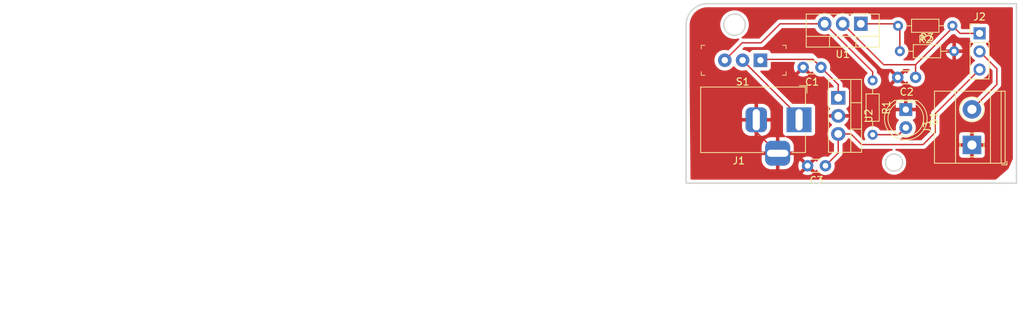
<source format=kicad_pcb>
(kicad_pcb (version 20240108) (generator "pcbnew") (generator_version "8.0")
  (layers (0 "F.Cu" signal) (31 "B.Cu" signal) (34 "B.Paste" user) (35 "F.Paste" user) (36 "B.SilkS" user "B.Silkscreen") (37 "F.SilkS" user "F.Silkscreen") (38 "B.Mask" user) (39 "F.Mask" user) (44 "Edge.Cuts" user))
  (property "A" "testing")
  (property "B" "power_supply")
  (property "C" "circuit")
  (net 0 "")
  (net 1 "GND")
  (net 2 "/VIN_5")
  (net 3 "/3.3V")
  (net 4 "/5V")
  (net 5 "Net-(D1-A)")
  (net 6 "/PWR_input")
  (net 7 "/PWR_output")
  (net 8 "/VIN_3.3")
  (net 9 "Net-(U1-ADJ)")
  (footprint "Package_TO_SOT_THT:TO-220-3_Vertical" (layer "F.Cu") (at 227.625 79.475 -90)
    (property "Reference" "U2" (at 2.54 -4.27 90) (layer "F.SilkS"))
    (property "Value" "LM7805_TO220")
    (fp_line (start -2.58 1.371) (end 7.66 1.371) (stroke (width 0.12)) (layer "F.SilkS"))
    (fp_line (start -2.58 -1.76) (end 7.66 -1.76) (stroke (width 0.12)) (layer "F.SilkS"))
    (fp_line (start -2.58 -3.27) (end -2.58 1.371) (stroke (width 0.12)) (layer "F.SilkS"))
    (fp_line (start -2.58 -3.27) (end 7.66 -3.27) (stroke (width 0.12)) (layer "F.SilkS"))
    (fp_line (start 0.69 -3.27) (end 0.69 -1.76) (stroke (width 0.12)) (layer "F.SilkS"))
    (fp_line (start 4.391 -3.27) (end 4.391 -1.76) (stroke (width 0.12)) (layer "F.SilkS"))
    (fp_line (start 7.66 -3.27) (end 7.66 1.371) (stroke (width 0.12)) (layer "F.SilkS"))
    (pad "1" thru_hole rect (at 0 0 270) (size 1.905 2) (drill 1.1) (layers "*.Cu" "*.Mask") (net 2 "/VIN_5"))
    (pad "2" thru_hole oval (at 2.54 0 270) (size 1.905 2) (drill 1.1) (layers "*.Cu" "*.Mask") (net 1 "GND"))
    (pad "3" thru_hole oval (at 5.08 0 270) (size 1.905 2) (drill 1.1) (layers "*.Cu" "*.Mask") (net 4 "/5V"))
  )
  (footprint "Capacitor_THT:C_Disc_D3.0mm_W1.6mm_P2.50mm" (layer "F.Cu") (at 225.825 89.025 180)
    (property "Reference" "C3" (at 1.25 -2.05 0) (layer "F.SilkS"))
    (property "Value" "0.1uf")
    (fp_line (start 0.621 0.92) (end 1.879 0.92) (stroke (width 0.12)) (layer "F.SilkS"))
    (fp_line (start 0.621 -0.92) (end 1.879 -0.92) (stroke (width 0.12)) (layer "F.SilkS"))
    (pad "1" thru_hole circle (at 0 0 180) (size 1.6 1.6) (drill 0.8) (layers "*.Cu" "*.Mask") (net 4 "/5V"))
    (pad "2" thru_hole circle (at 2.5 0 180) (size 1.6 1.6) (drill 0.8) (layers "*.Cu" "*.Mask") (net 1 "GND"))
  )
  (footprint "Connector_BarrelJack:BarrelJack_Horizontal" (layer "F.Cu") (at 222.125 82.5675)
    (property "Reference" "J1" (at -8.45 5.75 0) (layer "F.SilkS"))
    (property "Value" "Barrel_Jack_Switch")
    (fp_line (start -13.8 -4.6) (end 0.9 -4.6) (stroke (width 0.12)) (layer "F.SilkS"))
    (fp_line (start -13.8 4.6) (end -13.8 -4.6) (stroke (width 0.12)) (layer "F.SilkS"))
    (fp_line (start -5 4.6) (end -13.8 4.6) (stroke (width 0.12)) (layer "F.SilkS"))
    (fp_line (start 0.05 -4.8) (end 1.1 -4.8) (stroke (width 0.12)) (layer "F.SilkS"))
    (fp_line (start 0.9 -4.6) (end 0.9 -2) (stroke (width 0.12)) (layer "F.SilkS"))
    (fp_line (start 0.9 1.9) (end 0.9 4.6) (stroke (width 0.12)) (layer "F.SilkS"))
    (fp_line (start 0.9 4.6) (end -1 4.6) (stroke (width 0.12)) (layer "F.SilkS"))
    (fp_line (start 1.1 -3.75) (end 1.1 -4.8) (stroke (width 0.12)) (layer "F.SilkS"))
    (pad "1" thru_hole rect (at 0 0) (size 3.5 3.5) (drill oval 1 3) (layers "*.Cu" "*.Mask") (net 6 "/PWR_input"))
    (pad "2" thru_hole roundrect (at -6 0) (size 3 3.5) (drill oval 1 3) (layers "*.Cu" "*.Mask") (net 1 "GND"))
    (pad "3" thru_hole roundrect (at -3 4.7) (size 3.5 3.5) (drill oval 3 1) (layers "*.Cu" "*.Mask") (net 1 "GND"))
  )
  (footprint "Resistor_THT:R_Axial_DIN0204_L3.6mm_D1.6mm_P7.62mm_Horizontal" (layer "F.Cu") (at 243.635 69.35 180)
    (property "Reference" "R2" (at 3.81 -1.92 0) (layer "F.SilkS"))
    (property "Value" "330")
    (fp_line (start 6.68 0) (end 5.73 0) (stroke (width 0.12)) (layer "F.SilkS"))
    (fp_line (start 5.73 0.92) (end 5.73 -0.92) (stroke (width 0.12)) (layer "F.SilkS"))
    (fp_line (start 5.73 -0.92) (end 1.89 -0.92) (stroke (width 0.12)) (layer "F.SilkS"))
    (fp_line (start 1.89 0.92) (end 5.73 0.92) (stroke (width 0.12)) (layer "F.SilkS"))
    (fp_line (start 1.89 -0.92) (end 1.89 0.92) (stroke (width 0.12)) (layer "F.SilkS"))
    (fp_line (start 0.94 0) (end 1.89 0) (stroke (width 0.12)) (layer "F.SilkS"))
    (pad "1" thru_hole circle (at 0 0 180) (size 1.4 1.4) (drill 0.7) (layers "*.Cu" "*.Mask") (net 3 "/3.3V"))
    (pad "2" thru_hole oval (at 7.62 0 180) (size 1.4 1.4) (drill 0.7) (layers "*.Cu" "*.Mask") (net 9 "Net-(U1-ADJ)"))
  )
  (footprint "Resistor_THT:R_Axial_DIN0204_L3.6mm_D1.6mm_P7.62mm_Horizontal" (layer "F.Cu") (at 232.45 77.04 -90)
    (property "Reference" "R1" (at 3.81 -1.92 90) (layer "F.SilkS"))
    (property "Value" "330")
    (fp_line (start 1.89 0.92) (end 5.73 0.92) (stroke (width 0.12)) (layer "F.SilkS"))
    (fp_line (start 5.73 0.92) (end 5.73 -0.92) (stroke (width 0.12)) (layer "F.SilkS"))
    (fp_line (start 0.94 0) (end 1.89 0) (stroke (width 0.12)) (layer "F.SilkS"))
    (fp_line (start 6.68 0) (end 5.73 0) (stroke (width 0.12)) (layer "F.SilkS"))
    (fp_line (start 1.89 -0.92) (end 1.89 0.92) (stroke (width 0.12)) (layer "F.SilkS"))
    (fp_line (start 5.73 -0.92) (end 1.89 -0.92) (stroke (width 0.12)) (layer "F.SilkS"))
    (pad "1" thru_hole circle (at 0 0 270) (size 1.4 1.4) (drill 0.7) (layers "*.Cu" "*.Mask") (net 8 "/VIN_3.3"))
    (pad "2" thru_hole oval (at 7.62 0 270) (size 1.4 1.4) (drill 0.7) (layers "*.Cu" "*.Mask") (net 5 "Net-(D1-A)"))
  )
  (footprint "Package_TO_SOT_THT:TO-220-3_Vertical" (layer "F.Cu") (at 230.79 69.08 180)
    (property "Reference" "U1" (at 2.54 -4.27 0) (layer "F.SilkS"))
    (property "Value" "LM317_TO-220")
    (fp_line (start 7.66 -3.27) (end 7.66 1.371) (stroke (width 0.12)) (layer "F.SilkS"))
    (fp_line (start 4.391 -3.27) (end 4.391 -1.76) (stroke (width 0.12)) (layer "F.SilkS"))
    (fp_line (start 0.69 -3.27) (end 0.69 -1.76) (stroke (width 0.12)) (layer "F.SilkS"))
    (fp_line (start -2.58 1.371) (end 7.66 1.371) (stroke (width 0.12)) (layer "F.SilkS"))
    (fp_line (start -2.58 -1.76) (end 7.66 -1.76) (stroke (width 0.12)) (layer "F.SilkS"))
    (fp_line (start -2.58 -3.27) (end 7.66 -3.27) (stroke (width 0.12)) (layer "F.SilkS"))
    (fp_line (start -2.58 -3.27) (end -2.58 1.371) (stroke (width 0.12)) (layer "F.SilkS"))
    (pad "1" thru_hole rect (at 0 0 180) (size 1.905 2) (drill 1.1) (layers "*.Cu" "*.Mask") (net 9 "Net-(U1-ADJ)"))
    (pad "2" thru_hole oval (at 2.54 0 180) (size 1.905 2) (drill 1.1) (layers "*.Cu" "*.Mask") (net 3 "/3.3V"))
    (pad "3" thru_hole oval (at 5.08 0 180) (size 1.905 2) (drill 1.1) (layers "*.Cu" "*.Mask") (net 8 "/VIN_3.3"))
  )
  (footprint "Connector_PinHeader_2.54mm:PinHeader_1x03_P2.54mm_Vertical" (layer "F.Cu") (at 247.45 70.425)
    (property "Reference" "J2" (at 0 -2.33 0) (layer "F.SilkS"))
    (property "Value" "Conn_01x03_Pin")
    (fp_line (start -1.33 -1.33) (end 0 -1.33) (stroke (width 0.12)) (layer "F.SilkS"))
    (fp_line (start -1.33 0) (end -1.33 -1.33) (stroke (width 0.12)) (layer "F.SilkS"))
    (fp_line (start -1.33 1.27) (end -1.33 6.41) (stroke (width 0.12)) (layer "F.SilkS"))
    (fp_line (start -1.33 1.27) (end 1.33 1.27) (stroke (width 0.12)) (layer "F.SilkS"))
    (fp_line (start -1.33 6.41) (end 1.33 6.41) (stroke (width 0.12)) (layer "F.SilkS"))
    (fp_line (start 1.33 1.27) (end 1.33 6.41) (stroke (width 0.12)) (layer "F.SilkS"))
    (pad "1" thru_hole rect (at 0 0) (size 1.7 1.7) (drill 1) (layers "*.Cu" "*.Mask") (net 3 "/3.3V"))
    (pad "2" thru_hole oval (at 0 2.54) (size 1.7 1.7) (drill 1) (layers "*.Cu" "*.Mask") (net 7 "/PWR_output"))
    (pad "3" thru_hole oval (at 0 5.08) (size 1.7 1.7) (drill 1) (layers "*.Cu" "*.Mask") (net 4 "/5V"))
  )
  (footprint "digikey-footprints:Switch_Slide_11.6x4mm_EG1218" (layer "F.Cu") (at 216.705 74.2 180)
    (property "Reference" "S1" (at 2.49 -3.02 0) (layer "F.SilkS"))
    (property "Value" "EG1218")
    (fp_line (start 8.3 2.1) (end 8.3 1.6) (stroke (width 0.1)) (layer "F.SilkS"))
    (fp_line (start 8.3 2.1) (end 7.8 2.1) (stroke (width 0.1)) (layer "F.SilkS"))
    (fp_line (start 8.3 -2.1) (end 8.3 -1.6) (stroke (width 0.1)) (layer "F.SilkS"))
    (fp_line (start 8.3 -2.1) (end 7.8 -2.1) (stroke (width 0.1)) (layer "F.SilkS"))
    (fp_line (start -3.6 2.1) (end -3.1 2.1) (stroke (width 0.1)) (layer "F.SilkS"))
    (fp_line (start -3.6 2.1) (end -3.6 1.6) (stroke (width 0.1)) (layer "F.SilkS"))
    (fp_line (start -3.6 -2.1) (end -3.1 -2.1) (stroke (width 0.1)) (layer "F.SilkS"))
    (fp_line (start -3.6 -2.1) (end -3.6 -1.6) (stroke (width 0.1)) (layer "F.SilkS"))
    (pad "1" thru_hole rect (at 0 0 180) (size 1.9 1.9) (drill 0.9) (layers "*.Cu" "*.Mask") (net 2 "/VIN_5"))
    (pad "2" thru_hole circle (at 2.5 0 180) (size 1.9 1.9) (drill 0.9) (layers "*.Cu" "*.Mask") (net 6 "/PWR_input"))
    (pad "3" thru_hole circle (at 5 0 180) (size 1.9 1.9) (drill 0.9) (layers "*.Cu" "*.Mask") (net 8 "/VIN_3.3"))
  )
  (footprint "TerminalBlock_Phoenix:TerminalBlock_Phoenix_MKDS-1,5-2_1x02_P5.00mm_Horizontal" (layer "F.Cu") (at 246.38 86.1 90)
    (property "Reference" "J3" (at 2.5 -6.26 90) (layer "F.SilkS"))
    (property "Value" "Screw_Terminal_01x02")
    (fp_line (start 7.56 -5.261) (end 7.56 4.66) (stroke (width 0.12)) (layer "F.SilkS"))
    (fp_line (start -2.56 -5.261) (end 7.56 -5.261) (stroke (width 0.12)) (layer "F.SilkS"))
    (fp_line (start -2.56 -5.261) (end -2.56 4.66) (stroke (width 0.12)) (layer "F.SilkS"))
    (fp_line (start -2.56 -2.301) (end 7.56 -2.301) (stroke (width 0.12)) (layer "F.SilkS"))
    (fp_line (start 6.07 -1.275) (end 6.035 -1.239) (stroke (width 0.12)) (layer "F.SilkS"))
    (fp_line (start 6.275 -1.069) (end 6.228 -1.023) (stroke (width 0.12)) (layer "F.SilkS"))
    (fp_line (start 3.773 1.023) (end 3.726 1.069) (stroke (width 0.12)) (layer "F.SilkS"))
    (fp_line (start 3.966 1.239) (end 3.931 1.274) (stroke (width 0.12)) (layer "F.SilkS"))
    (fp_line (start -2.56 2.6) (end 7.56 2.6) (stroke (width 0.12)) (layer "F.SilkS"))
    (fp_line (start -2.56 4.1) (end 7.56 4.1) (stroke (width 0.12)) (layer "F.SilkS"))
    (fp_line (start -2.8 4.16) (end -2.8 4.9) (stroke (width 0.12)) (layer "F.SilkS"))
    (fp_line (start -2.56 4.66) (end 7.56 4.66) (stroke (width 0.12)) (layer "F.SilkS"))
    (fp_line (start -2.8 4.9) (end -2.3 4.9) (stroke (width 0.12)) (layer "F.SilkS"))
    (fp_arc (start -0.683042 -1.535427) (mid 0.000524 -1.680501) (end 0.684 -1.535) (stroke (width 0.12)) (layer "F.SilkS"))
    (fp_arc (start 1.535427 -0.683042) (mid 1.680501 0.000524) (end 1.535 0.684) (stroke (width 0.12)) (layer "F.SilkS"))
    (fp_arc (start -1.535427 0.683042) (mid -1.680501 -0.000524) (end -1.535 -0.684) (stroke (width 0.12)) (layer "F.SilkS"))
    (fp_arc (start 0.683318 1.534756) (mid 0.349292 1.643288) (end 0 1.68) (stroke (width 0.12)) (layer "F.SilkS"))
    (fp_arc (start 0.028805 1.680253) (mid -0.335551 1.646659) (end -0.684 1.535) (stroke (width 0.12)) (layer "F.SilkS"))
    (fp_circle (center 5 0) (end 6.68 0) (stroke (width 0.12)) (fill none) (layer "F.SilkS"))
    (pad "1" thru_hole rect (at 0 0 90) (size 2.6 2.6) (drill 1.3) (layers "*.Cu" "*.Mask") (net 1 "GND"))
    (pad "2" thru_hole circle (at 5 0 90) (size 2.6 2.6) (drill 1.3) (layers "*.Cu" "*.Mask") (net 7 "/PWR_output"))
  )
  (footprint "LED_THT:LED_D5.0mm" (layer "F.Cu") (at 237.1 81.125 -90)
    (property "Reference" "D1" (at 1.27 -3.96 90) (layer "F.SilkS"))
    (property "Value" "LED")
    (fp_line (start -1.29 -1.545) (end -1.29 1.545) (stroke (width 0.12)) (layer "F.SilkS"))
    (fp_arc (start 4.26 0.000048) (mid 2.071756 2.880501) (end -1.29 1.54483) (stroke (width 0.12)) (layer "F.SilkS"))
    (fp_arc (start -1.29 -1.54483) (mid 2.071756 -2.880501) (end 4.26 -0.000048) (stroke (width 0.12)) (layer "F.SilkS"))
    (fp_circle (center 1.27 0) (end 3.77 0) (stroke (width 0.12)) (fill none) (layer "F.SilkS"))
    (pad "1" thru_hole rect (at 0 0 270) (size 1.8 1.8) (drill 0.9) (layers "*.Cu" "*.Mask") (net 1 "GND"))
    (pad "2" thru_hole circle (at 2.54 0 270) (size 1.8 1.8) (drill 0.9) (layers "*.Cu" "*.Mask") (net 5 "Net-(D1-A)"))
  )
  (footprint "Capacitor_THT:C_Disc_D3.0mm_W1.6mm_P2.50mm" (layer "F.Cu") (at 238.475 76.6 180)
    (property "Reference" "C2" (at 1.25 -2.05 0) (layer "F.SilkS"))
    (property "Value" "1uf")
    (fp_line (start 0.621 0.92) (end 1.879 0.92) (stroke (width 0.12)) (layer "F.SilkS"))
    (fp_line (start 0.621 -0.92) (end 1.879 -0.92) (stroke (width 0.12)) (layer "F.SilkS"))
    (pad "1" thru_hole circle (at 0 0 180) (size 1.6 1.6) (drill 0.8) (layers "*.Cu" "*.Mask") (net 3 "/3.3V"))
    (pad "2" thru_hole circle (at 2.5 0 180) (size 1.6 1.6) (drill 0.8) (layers "*.Cu" "*.Mask") (net 1 "GND"))
  )
  (footprint "Capacitor_THT:C_Disc_D3.0mm_W1.6mm_P2.50mm" (layer "F.Cu") (at 225.2 75.2 180)
    (property "Reference" "C1" (at 1.25 -2.05 0) (layer "F.SilkS"))
    (property "Value" "10uf")
    (fp_line (start 0.621 0.92) (end 1.879 0.92) (stroke (width 0.12)) (layer "F.SilkS"))
    (fp_line (start 0.621 -0.92) (end 1.879 -0.92) (stroke (width 0.12)) (layer "F.SilkS"))
    (pad "1" thru_hole circle (at 0 0 180) (size 1.6 1.6) (drill 0.8) (layers "*.Cu" "*.Mask") (net 2 "/VIN_5"))
    (pad "2" thru_hole circle (at 2.5 0 180) (size 1.6 1.6) (drill 0.8) (layers "*.Cu" "*.Mask") (net 1 "GND"))
  )
  (footprint "Resistor_THT:R_Axial_DIN0204_L3.6mm_D1.6mm_P7.62mm_Horizontal" (layer "F.Cu") (at 236.265 72.925)
    (property "Reference" "R3" (at 3.81 -1.92 0) (layer "F.SilkS"))
    (property "Value" "560")
    (fp_line (start 0.94 0) (end 1.89 0) (stroke (width 0.12)) (layer "F.SilkS"))
    (fp_line (start 1.89 -0.92) (end 1.89 0.92) (stroke (width 0.12)) (layer "F.SilkS"))
    (fp_line (start 1.89 0.92) (end 5.73 0.92) (stroke (width 0.12)) (layer "F.SilkS"))
    (fp_line (start 5.73 -0.92) (end 1.89 -0.92) (stroke (width 0.12)) (layer "F.SilkS"))
    (fp_line (start 5.73 0.92) (end 5.73 -0.92) (stroke (width 0.12)) (layer "F.SilkS"))
    (fp_line (start 6.68 0) (end 5.73 0) (stroke (width 0.12)) (layer "F.SilkS"))
    (pad "1" thru_hole circle (at 0 0) (size 1.4 1.4) (drill 0.7) (layers "*.Cu" "*.Mask") (net 9 "Net-(U1-ADJ)"))
    (pad "2" thru_hole oval (at 7.62 0) (size 1.4 1.4) (drill 0.7) (layers "*.Cu" "*.Mask") (net 1 "GND"))
  )
  (gr_line (start 206.275 69.25) (end 206.275 69.6) (stroke (width 0.2)) (layer "Edge.Cuts"))
  (gr_circle (center 213.075 69.2) (end 214.575 69.2) (stroke (width 0.2)) (fill none) (layer "Edge.Cuts"))
  (gr_line (start 209.625 66.25) (end 252.625 66.25) (stroke (width 0.2)) (layer "Edge.Cuts"))
  (gr_line (start 206.275001 88.7) (end 206.275001 69.6) (stroke (width 0.2)) (layer "Edge.Cuts"))
  (gr_line (start 248.770807 91.475) (end 206.275 91.475) (stroke (width 0.2)) (layer "Edge.Cuts"))
  (gr_line (start 252.625 86.65) (end 252.625 67.25) (stroke (width 0.2)) (layer "Edge.Cuts"))
  (gr_line (start 252.625 67.25) (end 252.625 66.25) (stroke (width 0.2)) (layer "Edge.Cuts"))
  (gr_arc (start 206.275 69.25) (mid 207.15368 67.12868) (end 209.275 66.25) (stroke (width 0.2)) (layer "Edge.Cuts"))
  (gr_line (start 206.275 91.475) (end 206.275 90.558385) (stroke (width 0.2)) (layer "Edge.Cuts"))
  (gr_line (start 252.625 86.65) (end 252.625 91.475) (stroke (width 0.2)) (layer "Edge.Cuts"))
  (gr_circle (center 235.45 88.575) (end 236.65 88.575) (stroke (width 0.2)) (fill none) (layer "Edge.Cuts"))
  (gr_line (start 252.625 91.475) (end 248.770807 91.475) (stroke (width 0.2)) (layer "Edge.Cuts"))
  (gr_line (start 206.275 90.558385) (end 206.275 88.7) (stroke (width 0.2)) (layer "Edge.Cuts"))
  (gr_line (start 209.275 66.25) (end 209.625 66.25) (stroke (width 0.2)) (layer "Edge.Cuts"))
  (segment (start 216.125 82.5675) (end 216.125 84.2675) (width 0.2) (layer "F.Cu") (net 1))
  (segment (start 216.125 84.2675) (end 219.125 87.2675) (width 0.2) (layer "F.Cu") (net 1))
  (segment (start 227.625 79.475) (end 227.625 77.625) (width 0.2) (layer "F.Cu") (net 2))
  (segment (start 216.83 74.075) (end 216.705 74.2) (width 0.2) (layer "F.Cu") (net 2))
  (segment (start 227.625 77.625) (end 225.2 75.2) (width 0.2) (layer "F.Cu") (net 2))
  (segment (start 225.2 75.2) (end 224.075 74.075) (width 0.2) (layer "F.Cu") (net 2))
  (segment (start 224.075 74.075) (end 216.83 74.075) (width 0.2) (layer "F.Cu") (net 2))
  (segment (start 233.995 74.825) (end 228.25 69.08) (width 0.2) (layer "F.Cu") (net 3))
  (segment (start 244.71 70.425) (end 243.635 69.35) (width 0.2) (layer "F.Cu") (net 3))
  (segment (start 243.635 69.665) (end 238.475 74.825) (width 0.2) (layer "F.Cu") (net 3))
  (segment (start 243.635 69.35) (end 243.635 69.665) (width 0.2) (layer "F.Cu") (net 3))
  (segment (start 228.25 69.95) (end 228.25 69.08) (width 0.2) (layer "F.Cu") (net 3))
  (segment (start 238.475 74.825) (end 233.995 74.825) (width 0.2) (layer "F.Cu") (net 3))
  (segment (start 238.475 74.825) (end 238.475 76.6) (width 0.2) (layer "F.Cu") (net 3))
  (segment (start 247.45 70.425) (end 244.71 70.425) (width 0.2) (layer "F.Cu") (net 3))
  (segment (start 227.625 84.555) (end 229.405 84.555) (width 0.2) (layer "F.Cu") (net 4))
  (segment (start 241.225 81.73) (end 247.45 75.505) (width 0.2) (layer "F.Cu") (net 4))
  (segment (start 241.225 84.35) (end 241.225 81.73) (width 0.2) (layer "F.Cu") (net 4))
  (segment (start 239.525 86.05) (end 241.225 84.35) (width 0.2) (layer "F.Cu") (net 4))
  (segment (start 227.625 87.225) (end 225.825 89.025) (width 0.2) (layer "F.Cu") (net 4))
  (segment (start 229.405 84.555) (end 230.9 86.05) (width 0.2) (layer "F.Cu") (net 4))
  (segment (start 227.625 84.555) (end 227.625 87.225) (width 0.2) (layer "F.Cu") (net 4))
  (segment (start 230.9 86.05) (end 239.525 86.05) (width 0.2) (layer "F.Cu") (net 4))
  (segment (start 237.1 83.665) (end 236.105 84.66) (width 0.2) (layer "F.Cu") (net 5))
  (segment (start 236.105 84.66) (end 232.45 84.66) (width 0.2) (layer "F.Cu") (net 5))
  (segment (start 222.125 82.12) (end 222.125 82.5675) (width 0.2) (layer "F.Cu") (net 6))
  (segment (start 214.205 74.2) (end 222.125 82.12) (width 0.2) (layer "F.Cu") (net 6))
  (segment (start 249.875 75.39) (end 247.45 72.965) (width 0.2) (layer "F.Cu") (net 7))
  (segment (start 246.38 81.1) (end 249.875 77.605) (width 0.2) (layer "F.Cu") (net 7))
  (segment (start 249.875 77.605) (end 249.875 75.39) (width 0.2) (layer "F.Cu") (net 7))
  (segment (start 216.8 71.75) (end 219.47 69.08) (width 0.2) (layer "F.Cu") (net 8))
  (segment (start 214.155 71.75) (end 216.8 71.75) (width 0.2) (layer "F.Cu") (net 8))
  (segment (start 219.47 69.08) (end 225.71 69.08) (width 0.2) (layer "F.Cu") (net 8))
  (segment (start 232.45 77.04) (end 232.45 75.82) (width 0.2) (layer "F.Cu") (net 8))
  (segment (start 232.45 75.82) (end 225.71 69.08) (width 0.2) (layer "F.Cu") (net 8))
  (segment (start 211.705 74.2) (end 214.155 71.75) (width 0.2) (layer "F.Cu") (net 8))
  (segment (start 230.79 69.08) (end 235.745 69.08) (width 0.2) (layer "F.Cu") (net 9))
  (segment (start 236.265 69.6) (end 236.015 69.35) (width 0.2) (layer "F.Cu") (net 9))
  (segment (start 236.265 72.925) (end 236.265 69.6) (width 0.2) (layer "F.Cu") (net 9))
  (segment (start 235.745 69.08) (end 236.015 69.35) (width 0.2) (layer "F.Cu") (net 9))
  (zone (net 1) (net_name "GND") (layer "F.Cu") (connect_pads (clearance 0.5)) (min_thickness 0.25) (fill yes (thermal_gap 0.5) (thermal_bridge_width 0.5))
    (polygon (pts (xy 206.675 66.7) (xy 206.9 91.325) (xy 249.325 91.325) (xy 251.5 89.45) (xy 252.325 87.6) (xy 252.275 65.925)))
  )
)
</source>
